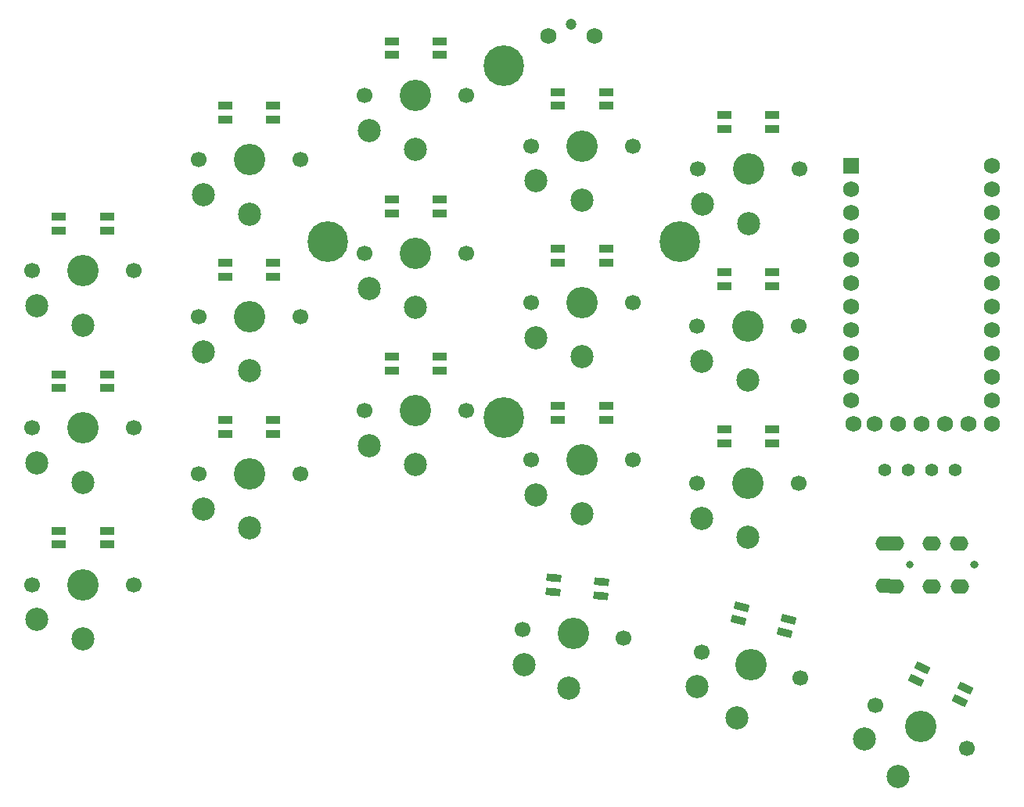
<source format=gbr>
%TF.GenerationSoftware,KiCad,Pcbnew,(6.0.0)*%
%TF.CreationDate,2022-04-19T22:23:16-07:00*%
%TF.ProjectId,half-swept,68616c66-2d73-4776-9570-742e6b696361,rev?*%
%TF.SameCoordinates,Original*%
%TF.FileFunction,Soldermask,Bot*%
%TF.FilePolarity,Negative*%
%FSLAX46Y46*%
G04 Gerber Fmt 4.6, Leading zero omitted, Abs format (unit mm)*
G04 Created by KiCad (PCBNEW (6.0.0)) date 2022-04-19 22:23:16*
%MOMM*%
%LPD*%
G01*
G04 APERTURE LIST*
G04 Aperture macros list*
%AMRoundRect*
0 Rectangle with rounded corners*
0 $1 Rounding radius*
0 $2 $3 $4 $5 $6 $7 $8 $9 X,Y pos of 4 corners*
0 Add a 4 corners polygon primitive as box body*
4,1,4,$2,$3,$4,$5,$6,$7,$8,$9,$2,$3,0*
0 Add four circle primitives for the rounded corners*
1,1,$1+$1,$2,$3*
1,1,$1+$1,$4,$5*
1,1,$1+$1,$6,$7*
1,1,$1+$1,$8,$9*
0 Add four rect primitives between the rounded corners*
20,1,$1+$1,$2,$3,$4,$5,0*
20,1,$1+$1,$4,$5,$6,$7,0*
20,1,$1+$1,$6,$7,$8,$9,0*
20,1,$1+$1,$8,$9,$2,$3,0*%
G04 Aperture macros list end*
%ADD10C,1.700000*%
%ADD11C,3.400000*%
%ADD12C,2.500000*%
%ADD13C,0.800000*%
%ADD14O,2.000000X1.600000*%
%ADD15C,1.200000*%
%ADD16C,1.750000*%
%ADD17C,4.400000*%
%ADD18RoundRect,0.082000X-0.686681X0.389330X-0.743855X-0.264174X0.686681X-0.389330X0.743855X0.264174X0*%
%ADD19RoundRect,0.082000X-0.718000X0.328000X-0.718000X-0.328000X0.718000X-0.328000X0.718000X0.328000X0*%
%ADD20RoundRect,0.082000X-0.608642X0.502656X-0.778427X-0.130992X0.608642X-0.502656X0.778427X0.130992X0*%
%ADD21R,1.752600X1.752600*%
%ADD22C,1.752600*%
%ADD23RoundRect,0.082000X-0.512110X0.600709X-0.789348X0.006171X0.512110X-0.600709X0.789348X-0.006171X0*%
%ADD24C,1.397000*%
G04 APERTURE END LIST*
D10*
%TO.C,SW2*%
X27530236Y-40842495D03*
X16530236Y-40842495D03*
D11*
X22030236Y-40842495D03*
D12*
X22030236Y-46742495D03*
X17030236Y-44642495D03*
%TD*%
D10*
%TO.C,SW3*%
X45530236Y-28842495D03*
X34530236Y-28842495D03*
D11*
X40030236Y-28842495D03*
D12*
X40030236Y-34742495D03*
X35030236Y-32642495D03*
%TD*%
D10*
%TO.C,SW4*%
X63530236Y-21842495D03*
X52530236Y-21842495D03*
D11*
X58030236Y-21842495D03*
D12*
X58030236Y-27742495D03*
X53030236Y-25642495D03*
%TD*%
D10*
%TO.C,SW5*%
X81530237Y-27342495D03*
X70530237Y-27342495D03*
D11*
X76030237Y-27342495D03*
D12*
X76030237Y-33242495D03*
X71030237Y-31142495D03*
%TD*%
D10*
%TO.C,SW6*%
X99530235Y-29842495D03*
X88530235Y-29842495D03*
D11*
X94030235Y-29842495D03*
D12*
X94030235Y-35742495D03*
X89030235Y-33642495D03*
%TD*%
D10*
%TO.C,SW8*%
X27530236Y-57842495D03*
X16530236Y-57842495D03*
D11*
X22030236Y-57842495D03*
D12*
X22030236Y-63742495D03*
X17030236Y-61642495D03*
%TD*%
D10*
%TO.C,SW9*%
X45530237Y-45816495D03*
X34530237Y-45816495D03*
D11*
X40030237Y-45816495D03*
D12*
X40030237Y-51716495D03*
X35030237Y-49616495D03*
%TD*%
D10*
%TO.C,SW10*%
X63530236Y-38958495D03*
X52530236Y-38958495D03*
D11*
X58030236Y-38958495D03*
D12*
X58030236Y-44858495D03*
X53030236Y-42758495D03*
%TD*%
D10*
%TO.C,SW11*%
X81530236Y-44292496D03*
X70530236Y-44292496D03*
D11*
X76030236Y-44292496D03*
D12*
X76030236Y-50192496D03*
X71030236Y-48092496D03*
%TD*%
D10*
%TO.C,SW12*%
X99510236Y-46832496D03*
X88510236Y-46832496D03*
D11*
X94010236Y-46832496D03*
D12*
X94010236Y-52732496D03*
X89010236Y-50632496D03*
%TD*%
D10*
%TO.C,SW14*%
X27530237Y-74842495D03*
X16530237Y-74842495D03*
D11*
X22030237Y-74842495D03*
D12*
X22030237Y-80742495D03*
X17030237Y-78642495D03*
%TD*%
D10*
%TO.C,SW15*%
X45530236Y-62834495D03*
X34530236Y-62834495D03*
D11*
X40030236Y-62834495D03*
D12*
X40030236Y-68734495D03*
X35030236Y-66634495D03*
%TD*%
D10*
%TO.C,SW16*%
X63530235Y-55976495D03*
X52530235Y-55976495D03*
D11*
X58030235Y-55976495D03*
D12*
X58030235Y-61876495D03*
X53030235Y-59776495D03*
%TD*%
D10*
%TO.C,SW17*%
X81530236Y-61310496D03*
X70530236Y-61310496D03*
D11*
X76030236Y-61310496D03*
D12*
X76030236Y-67210496D03*
X71030236Y-65110496D03*
%TD*%
D10*
%TO.C,SW18*%
X99510236Y-63850495D03*
X88510236Y-63850495D03*
D11*
X94010236Y-63850495D03*
D12*
X94010236Y-69750495D03*
X89010236Y-67650495D03*
%TD*%
D10*
%TO.C,SW20*%
X117714930Y-92566894D03*
X107745544Y-87918094D03*
D11*
X112730237Y-90242494D03*
D12*
X110236789Y-95589710D03*
X106592749Y-91573372D03*
%TD*%
D10*
%TO.C,SW21*%
X99642828Y-84965999D03*
X89017644Y-82118989D03*
D11*
X94330236Y-83542494D03*
D12*
X92803204Y-89241456D03*
X88517094Y-85918917D03*
%TD*%
D10*
%TO.C,SW1*%
X80559308Y-80621851D03*
X69601166Y-79663137D03*
D11*
X75080237Y-80142494D03*
D12*
X74566018Y-86020043D03*
X69768072Y-83492255D03*
%TD*%
D13*
%TO.C,J2*%
X111498237Y-72712494D03*
X118498237Y-72712494D03*
D14*
X108798237Y-70412494D03*
X109898237Y-75012494D03*
X113898237Y-75012494D03*
X116898237Y-75012494D03*
%TD*%
D15*
%TO.C,RSW1*%
X74855236Y-14194995D03*
D16*
X72355236Y-15404995D03*
X77355236Y-15404995D03*
%TD*%
D17*
%TO.C,REF\u002A\u002A*%
X67530236Y-56792495D03*
X48480236Y-37742495D03*
X86580236Y-37742495D03*
X67530236Y-18692495D03*
%TD*%
D18*
%TO.C,D12*%
X72998249Y-74108074D03*
X72867515Y-75602366D03*
X78047728Y-76055576D03*
X78178461Y-74561284D03*
%TD*%
D19*
%TO.C,D16*%
X37430236Y-23012495D03*
X37430236Y-24512495D03*
X42630236Y-24512495D03*
X42630236Y-23012495D03*
%TD*%
%TO.C,D8*%
X55430235Y-50146495D03*
X55430235Y-51646495D03*
X60630235Y-51646495D03*
X60630235Y-50146495D03*
%TD*%
%TO.C,D2*%
X55430236Y-16012495D03*
X55430236Y-17512495D03*
X60630236Y-17512495D03*
X60630236Y-16012495D03*
%TD*%
D20*
%TO.C,D15*%
X93327744Y-77238217D03*
X92939515Y-78687106D03*
X97962330Y-80032965D03*
X98350558Y-78584076D03*
%TD*%
D19*
%TO.C,D11*%
X73430236Y-55480496D03*
X73430236Y-56980496D03*
X78630236Y-56980496D03*
X78630236Y-55480496D03*
%TD*%
D21*
%TO.C,U2*%
X105160235Y-29509246D03*
D22*
X105160235Y-32049246D03*
X105160235Y-34589246D03*
X105160235Y-37129246D03*
X105160235Y-39669246D03*
X105160235Y-42209246D03*
X105160235Y-44749246D03*
X105160235Y-47289246D03*
X105160235Y-49829246D03*
X105160235Y-52369246D03*
X105160235Y-54909246D03*
X105388835Y-57449246D03*
X120400235Y-57449246D03*
X120400235Y-54909246D03*
X120400235Y-52369246D03*
X120400235Y-49829246D03*
X120400235Y-47289246D03*
X120400235Y-44749246D03*
X120400235Y-42209246D03*
X120400235Y-39669246D03*
X120400235Y-37129246D03*
X120400235Y-34589246D03*
X120400235Y-32049246D03*
X120400235Y-29509246D03*
X107700235Y-57449246D03*
X110240235Y-57449246D03*
X112780235Y-57449246D03*
X115320235Y-57449246D03*
X117860235Y-57449246D03*
%TD*%
D19*
%TO.C,D14*%
X73430236Y-38462496D03*
X73430236Y-39962496D03*
X78630236Y-39962496D03*
X78630236Y-38462496D03*
%TD*%
%TO.C,D10*%
X37430236Y-57004495D03*
X37430236Y-58504495D03*
X42630236Y-58504495D03*
X42630236Y-57004495D03*
%TD*%
%TO.C,D1*%
X19430236Y-35012495D03*
X19430236Y-36512495D03*
X24630236Y-36512495D03*
X24630236Y-35012495D03*
%TD*%
%TO.C,D9*%
X91410236Y-58020495D03*
X91410236Y-59520495D03*
X96610236Y-59520495D03*
X96610236Y-58020495D03*
%TD*%
%TO.C,D17*%
X73430237Y-21512495D03*
X73430237Y-23012495D03*
X78630237Y-23012495D03*
X78630237Y-21512495D03*
%TD*%
D23*
%TO.C,D18*%
X112837701Y-83859912D03*
X112203774Y-85219374D03*
X116916574Y-87416989D03*
X117550502Y-86057527D03*
%TD*%
D19*
%TO.C,D4*%
X19430236Y-52062495D03*
X19430236Y-53562495D03*
X24630236Y-53562495D03*
X24630236Y-52062495D03*
%TD*%
%TO.C,D3*%
X91430235Y-24012495D03*
X91430235Y-25512495D03*
X96630235Y-25512495D03*
X96630235Y-24012495D03*
%TD*%
%TO.C,D7*%
X19430237Y-69012495D03*
X19430237Y-70512495D03*
X24630237Y-70512495D03*
X24630237Y-69012495D03*
%TD*%
D24*
%TO.C,OL1*%
X108770236Y-62422495D03*
X111310236Y-62422495D03*
X113850236Y-62422495D03*
X116390236Y-62422495D03*
%TD*%
D19*
%TO.C,D5*%
X55430236Y-33128495D03*
X55430236Y-34628495D03*
X60630236Y-34628495D03*
X60630236Y-33128495D03*
%TD*%
%TO.C,D6*%
X91410236Y-41002496D03*
X91410236Y-42502496D03*
X96610236Y-42502496D03*
X96610236Y-41002496D03*
%TD*%
%TO.C,D13*%
X37430237Y-39986495D03*
X37430237Y-41486495D03*
X42630237Y-41486495D03*
X42630237Y-39986495D03*
%TD*%
D13*
%TO.C,J1*%
X118480236Y-72692496D03*
X111480236Y-72692496D03*
D14*
X108780236Y-74992496D03*
X109880236Y-70392496D03*
X113880236Y-70392496D03*
X116880236Y-70392496D03*
%TD*%
M02*

</source>
